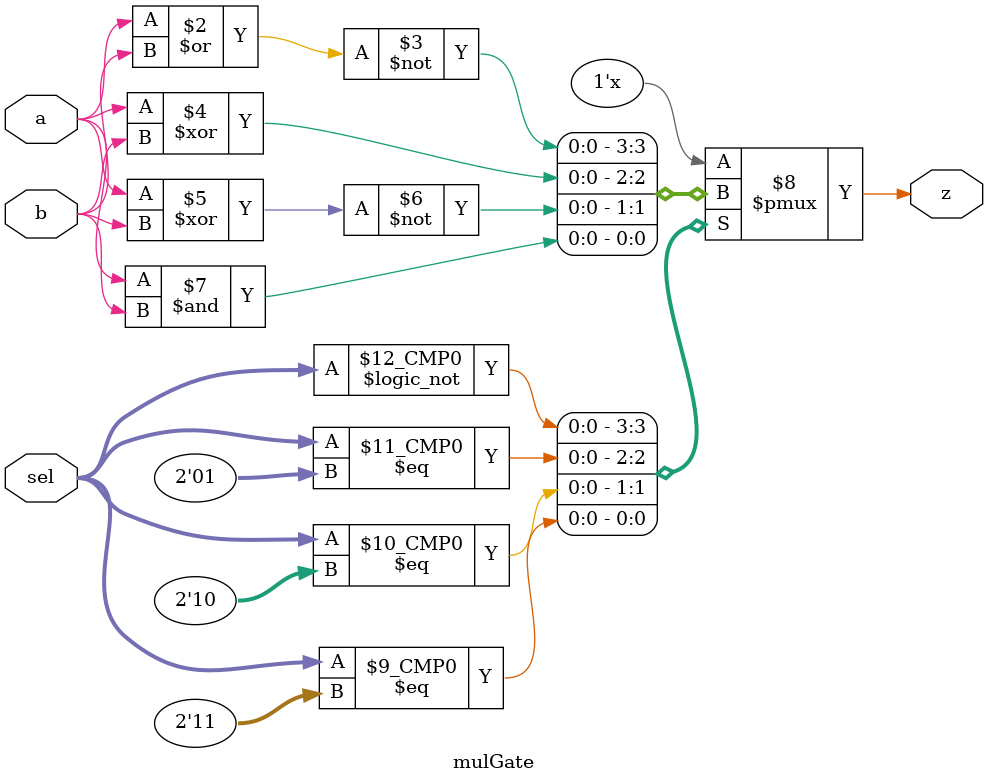
<source format=v>
module mulGate
  (output reg  z,
    input [1:0] sel,
     input a,
	input b);
    
    always @*
      case (sel)
        2'b00: z = (~(a | b));
        2'b01: z = (a ^ b);
        2'b10: z = ~(a ^ b);
        2'b11: z = (a & b);
        
    endcase
endmodule 


</source>
